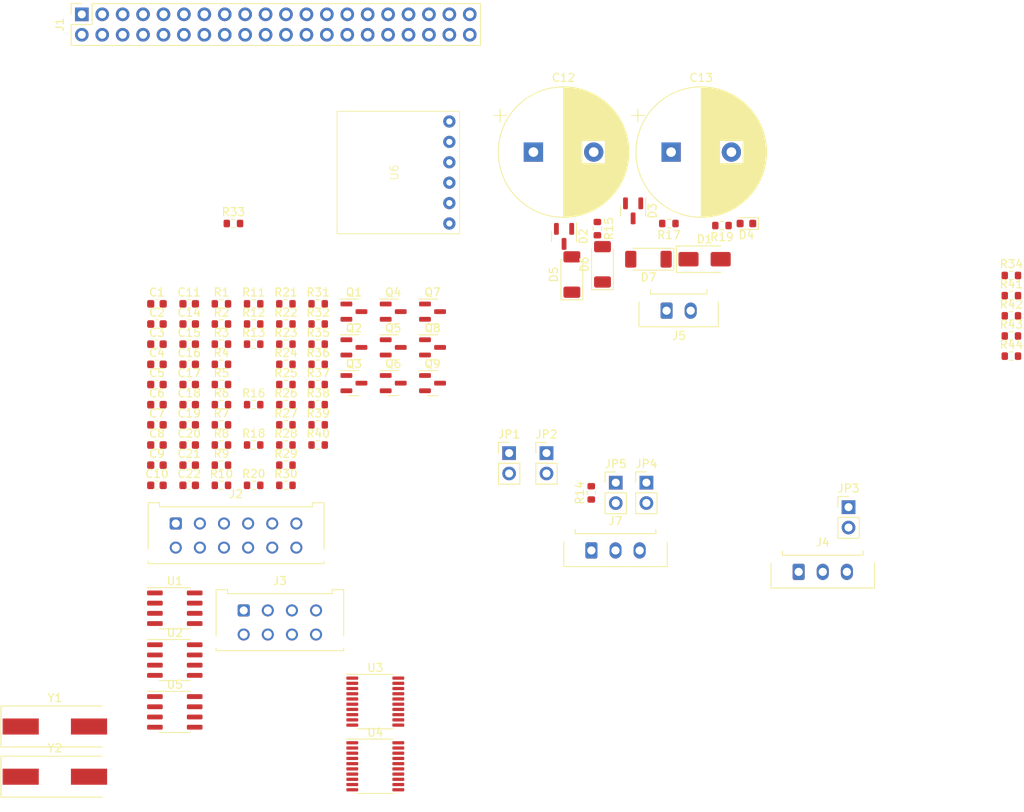
<source format=kicad_pcb>
(kicad_pcb (version 20221018) (generator pcbnew)
  (layers (0 "F.Cu" signal) (31 "B.Cu" signal) (34 "B.Paste" user) (35 "F.Paste" user) (36 "B.SilkS" user "B.Silkscreen") (37 "F.SilkS" user "F.Silkscreen") (38 "B.Mask" user) (39 "F.Mask" user) (44 "Edge.Cuts" user))
  (net 0 "")
  (net 1 "+3V3")
  (net 2 "GND")
  (net 3 "+3.3V")
  (net 4 "+5V")
  (net 5 "Net-(C4-Pad1)")
  (net 6 "Net-(U4-OSC1)")
  (net 7 "Net-(C8-Pad1)")
  (net 8 "Net-(U3-OSC1)")
  (net 9 "+BATT")
  (net 10 "Net-(D2-A)")
  (net 11 "VS")
  (net 12 "/GPIO3{slash}SCL1")
  (net 13 "/GPIO2{slash}SDA1")
  (net 14 "Net-(D4-A)")
  (net 15 "/GPIO4{slash}GPCLK0")
  (net 16 "/GPIO14{slash}TXD0")
  (net 17 "/GPIO15{slash}RXD0")
  (net 18 "/GPIO17")
  (net 19 "/GPIO18{slash}PCM.CLK")
  (net 20 "/GPIO27")
  (net 21 "/GPIO22")
  (net 22 "/GPIO23")
  (net 23 "/CAN0 INT")
  (net 24 "/GPIO10{slash}SPI0.MOSI")
  (net 25 "/GPIO9{slash}SPI0.MISO")
  (net 26 "/CAN1 INT")
  (net 27 "/GPIO11{slash}SPI0.SCLK")
  (net 28 "/GPIO8{slash}SPI0.CE0")
  (net 29 "/GPIO7{slash}SPI0.CE1")
  (net 30 "/ID_SDA")
  (net 31 "/ID_SCL")
  (net 32 "/FAST 0")
  (net 33 "/FAST 1")
  (net 34 "/FAST 2")
  (net 35 "/GPIO13{slash}PWM1")
  (net 36 "/GPIO19{slash}PCM.FS")
  (net 37 "/GPIO16")
  (net 38 "/GPIO26")
  (net 39 "/GPIO20{slash}PCM.DIN")
  (net 40 "/GPIO21{slash}PCM.DOUT")
  (net 41 "/TC LED 0")
  (net 42 "/TC LED 1")
  (net 43 "/TC LED 2")
  (net 44 "/TC LED 3")
  (net 45 "/TC LED 4")
  (net 46 "/TC LED 5")
  (net 47 "/Wheel Slip Adjust Dial")
  (net 48 "/TC Power Adjust Dial")
  (net 49 "/TC Disable Button")
  (net 50 "/Radio Enable Button")
  (net 51 "/Lap Marker Button")
  (net 52 "/SLOW LED 0")
  (net 53 "/SLOW LED 1")
  (net 54 "/SLOW LED 2")
  (net 55 "/FAST LED 0")
  (net 56 "/FAST LED 1")
  (net 57 "/FAST LED 2")
  (net 58 "/CAN0 High")
  (net 59 "/CAN0 Low")
  (net 60 "/CAN1 High")
  (net 61 "/CAN1 Low")
  (net 62 "Net-(Q1-D)")
  (net 63 "Net-(Q2-D)")
  (net 64 "Net-(Q3-D)")
  (net 65 "Net-(Q4-D)")
  (net 66 "Net-(Q5-D)")
  (net 67 "Net-(Q6-D)")
  (net 68 "Net-(Q7-D)")
  (net 69 "Net-(Q8-D)")
  (net 70 "Net-(Q9-D)")
  (net 71 "Net-(JP2-A)")
  (net 72 "Net-(U4-OSC2)")
  (net 73 "Net-(U4-~{RESET})")
  (net 74 "Net-(U3-OSC2)")
  (net 75 "Net-(U3-~{RESET})")
  (net 76 "Net-(JP5-A)")
  (net 80 "Net-(JP1-A)")
  (net 81 "/CAN0 TX")
  (net 82 "/CAN0 RX")
  (net 83 "/CAN1 TX")
  (net 84 "/CAN1 RX")
  (net 102 "Net-(JP1-B)")
  (net 103 "/CAN0 Shield")
  (net 104 "/CAN1 Shield")
  (net 105 "Net-(D7-A)")
  (net 106 "Net-(R29-Pad2)")
  (net 107 "Net-(R32-Pad2)")
  (net 108 "Net-(R34-Pad2)")
  (net 109 "Net-(R35-Pad1)")
  (net 110 "Net-(R37-Pad1)")
  (footprint "Resistor_SMD:R_0603_1608Metric" (layer "F.Cu") (at 85.5125 130.5)
    (fp_text reference "R16" (at 0 -1.43) (layer "F.SilkS"))
    (fp_text value "3.3")
    (pad "1" smd roundrect (at -0.825 0) (size 0.8 0.95) (layers "F.Cu" "F.Paste" "F.Mask") (net 9 "+BATT"))
    (pad "2" smd roundrect (at 0.825 0) (size 0.8 0.95) (layers "F.Cu" "F.Paste" "F.Mask") (net 11 "VS"))
  )
  (footprint "Resistor_SMD:R_0603_1608Metric" (layer "F.Cu") (at 127.508 141.478 90)
    (fp_text reference "R14" (at 0 -1.43 90) (layer "F.SilkS"))
    (fp_text value "120")
    (pad "1" smd roundrect (at -0.825 0 90) (size 0.8 0.95) (layers "F.Cu" "F.Paste" "F.Mask") (net 60 "/CAN1 High"))
    (pad "2" smd roundrect (at 0.825 0 90) (size 0.8 0.95) (layers "F.Cu" "F.Paste" "F.Mask") (net 76 "Net-(JP5-A)"))
  )
  (footprint "Resistor_SMD:R_0603_1608Metric" (layer "F.Cu") (at 89.5225 120.46)
    (fp_text reference "R22" (at 0 -1.43) (layer "F.SilkS"))
    (fp_text value "20k")
    (pad "1" smd roundrect (at -0.825 0) (size 0.8 0.95) (layers "F.Cu" "F.Paste" "F.Mask") (net 2 "GND"))
    (pad "2" smd roundrect (at 0.825 0) (size 0.8 0.95) (layers "F.Cu" "F.Paste" "F.Mask") (net 13 "/GPIO2{slash}SDA1"))
  )
  (footprint "Resistor_SMD:R_0603_1608Metric" (layer "F.Cu") (at 89.5225 140.54)
    (fp_text reference "R30" (at 0 -1.43) (layer "F.SilkS"))
    (fp_text value "1k")
    (pad "1" smd roundrect (at -0.825 0) (size 0.8 0.95) (layers "F.Cu" "F.Paste" "F.Mask") (net 106 "Net-(R29-Pad2)"))
    (pad "2" smd roundrect (at 0.825 0) (size 0.8 0.95) (layers "F.Cu" "F.Paste" "F.Mask") (net 2 "GND"))
  )
  (footprint "Resistor_SMD:R_0603_1608Metric" (layer "F.Cu") (at 85.5125 135.52)
    (fp_text reference "R18" (at 0 -1.43) (layer "F.SilkS"))
    (fp_text value "20k")
    (pad "1" smd roundrect (at -0.825 0) (size 0.8 0.95) (layers "F.Cu" "F.Paste" "F.Mask") (net 2 "GND"))
    (pad "2" smd roundrect (at 0.825 0) (size 0.8 0.95) (layers "F.Cu" "F.Paste" "F.Mask") (net 12 "/GPIO3{slash}SCL1"))
  )
  (footprint "U3V40x:U3V40x" (layer "F.Cu") (at 103.505 101.6 90)
    (fp_text reference "U6" (at 0 -0.5 90 unlocked) (layer "F.SilkS") (effects (font (thickness 0.1))))
    (fp_text value "~")
    (pad "1" thru_hole circle (at -6.35 6.35 90) (size 1.524 1.524) (drill 0.762) (layers "*.Cu" "*.Mask"))
    (pad "2" thru_hole circle (at -3.81 6.35 90) (size 1.524 1.524) (drill 0.762) (layers "*.Cu" "*.Mask") (net 11 "VS"))
    (pad "2" thru_hole circle (at -1.27 6.35 90) (size 1.524 1.524) (drill 0.762) (layers "*.Cu" "*.Mask") (net 11 "VS"))
    (pad "3" thru_hole circle (at 1.27 6.35 90) (size 1.524 1.524) (drill 0.762) (layers "*.Cu" "*.Mask") (net 2 "GND"))
    (pad "3" thru_hole circle (at 3.81 6.35 90) (size 1.524 1.524) (drill 0.762) (layers "*.Cu" "*.Mask") (net 2 "GND"))
    (pad "4" thru_hole circle (at 6.35 6.35 90) (size 1.524 1.524) (drill 0.762) (layers "*.Cu" "*.Mask") (net 4 "+5V"))
  )
  (footprint "Connector_Molex:Molex_Micro-Fit_3.0_43650-0315_1x03_P3.00mm_Vertical" (layer "F.Cu") (at 127.525 148.645)
    (fp_text reference "J7" (at 3 -3.67) (layer "F.SilkS"))
    (fp_text value "CAN1")
    (pad "" np_thru_hole circle (at -3 -1.96) (size 1.27 1.27) (drill 1.27) (layers "*.Cu" "*.Mask"))
    (pad "" np_thru_hole circle (at 9 -1.96) (size 1.27 1.27) (drill 1.27) (layers "*.Cu" "*.Mask"))
    (pad "1" thru_hole roundrect (at 0 0) (size 1.5 2.02) (drill 1.02) (layers "*.Cu" "*.Mask") (roundrect_rratio 0.166667) (net 60 "/CAN1 High"))
    (pad "2" thru_hole oval (at 3 0) (size 1.5 2.02) (drill 1.02) (layers "*.Cu" "*.Mask") (net 61 "/CAN1 Low"))
    (pad "3" thru_hole oval (at 6 0) (size 1.5 2.02) (drill 1.02) (layers "*.Cu" "*.Mask") (net 104 "/CAN1 Shield"))
  )
  (footprint "Capacitor_SMD:C_0603_1608Metric" (layer "F.Cu") (at 73.4825 133.01)
    (fp_text reference "C7" (at 0 -1.43) (layer "F.SilkS"))
    (fp_text value "100nF")
    (pad "1" smd roundrect (at -0.775 0) (size 0.9 0.95) (layers "F.Cu" "F.Paste" "F.Mask") (net 3 "+3.3V"))
    (pad "2" smd roundrect (at 0.775 0) (size 0.9 0.95) (layers "F.Cu" "F.Paste" "F.Mask") (net 2 "GND"))
  )
  (footprint "Resistor_SMD:R_0603_1608Metric" (layer "F.Cu") (at 81.5025 140.54)
    (fp_text reference "R10" (at 0 -1.43) (layer "F.SilkS"))
    (fp_text value "0")
    (pad "1" smd roundrect (at -0.825 0) (size 0.8 0.95) (layers "F.Cu" "F.Paste" "F.Mask") (net 5 "Net-(C4-Pad1)"))
    (pad "2" smd roundrect (at 0.825 0) (size 0.8 0.95) (layers "F.Cu" "F.Paste" "F.Mask") (net 72 "Net-(U4-OSC2)"))
  )
  (footprint "Capacitor_SMD:C_0603_1608Metric" (layer "F.Cu") (at 73.4825 117.95)
    (fp_text reference "C1" (at 0 -1.43) (layer "F.SilkS"))
    (fp_text value "100n")
    (pad "1" smd roundrect (at -0.775 0) (size 0.9 0.95) (layers "F.Cu" "F.Paste" "F.Mask") (net 1 "+3V3"))
    (pad "2" smd roundrect (at 0.775 0) (size 0.9 0.95) (layers "F.Cu" "F.Paste" "F.Mask") (net 2 "GND"))
  )
  (footprint "Package_TO_SOT_SMD:SOT-23" (layer "F.Cu") (at 107.7625 123.37)
    (fp_text reference "Q8" (at 0 -2.4) (layer "F.SilkS"))
    (fp_text value "2N7002")
    (pad "1" smd roundrect (at -0.9375 -0.95) (size 1.475 0.6) (layers "F.Cu" "F.Paste" "F.Mask") (net 20 "/GPIO27"))
    (pad "2" smd roundrect (at -0.9375 0.95) (size 1.475 0.6) (layers "F.Cu" "F.Paste" "F.Mask") (net 2 "GND"))
    (pad "3" smd roundrect (at 0.9375 0) (size 1.475 0.6) (layers "F.Cu" "F.Paste" "F.Mask") (net 69 "Net-(Q8-D)"))
  )
  (footprint "Capacitor_SMD:C_0603_1608Metric" (layer "F.Cu") (at 77.4925 130.5)
    (fp_text reference "C18" (at 0 -1.43) (layer "F.SilkS"))
    (fp_text value "100nF")
    (pad "1" smd roundrect (at -0.775 0) (size 0.9 0.95) (layers "F.Cu" "F.Paste" "F.Mask") (net 4 "+5V"))
    (pad "2" smd roundrect (at 0.775 0) (size 0.9 0.95) (layers "F.Cu" "F.Paste" "F.Mask") (net 2 "GND"))
  )
  (footprint "Resistor_SMD:R_0603_1608Metric" (layer "F.Cu") (at 93.5325 117.95)
    (fp_text reference "R31" (at 0 -1.43) (layer "F.SilkS"))
    (fp_text value "10k")
    (pad "1" smd roundrect (at -0.825 0) (size 0.8 0.95) (layers "F.Cu" "F.Paste" "F.Mask") (net 19 "/GPIO18{slash}PCM.CLK"))
    (pad "2" smd roundrect (at 0.825 0) (size 0.8 0.95) (layers "F.Cu" "F.Paste" "F.Mask") (net 106 "Net-(R29-Pad2)"))
  )
  (footprint "Package_TO_SOT_SMD:SOT-23" (layer "F.Cu") (at 97.9825 118.92)
    (fp_text reference "Q1" (at 0 -2.4) (layer "F.SilkS"))
    (fp_text value "2N7002")
    (pad "1" smd roundrect (at -0.9375 -0.95) (size 1.475 0.6) (layers "F.Cu" "F.Paste" "F.Mask") (net 38 "/GPIO26"))
    (pad "2" smd roundrect (at -0.9375 0.95) (size 1.475 0.6) (layers "F.Cu" "F.Paste" "F.Mask") (net 2 "GND"))
    (pad "3" smd roundrect (at 0.9375 0) (size 1.475 0.6) (layers "F.Cu" "F.Paste" "F.Mask") (net 62 "Net-(Q1-D)"))
  )
  (footprint "Package_TO_SOT_SMD:SOT-23" (layer "F.Cu") (at 97.9825 127.82)
    (fp_text reference "Q3" (at 0 -2.4) (layer "F.SilkS"))
    (fp_text value "2N7002")
    (pad "1" smd roundrect (at -0.9375 -0.95) (size 1.475 0.6) (layers "F.Cu" "F.Paste" "F.Mask") (net 35 "/GPIO13{slash}PWM1"))
    (pad "2" smd roundrect (at -0.9375 0.95) (size 1.475 0.6) (layers "F.Cu" "F.Paste" "F.Mask") (net 2 "GND"))
    (pad "3" smd roundrect (at 0.9375 0) (size 1.475 0.6) (layers "F.Cu" "F.Paste" "F.Mask") (net 64 "Net-(Q3-D)"))
  )
  (footprint "Resistor_SMD:R_0603_1608Metric" (layer "F.Cu") (at 179.769 114.42)
    (fp_text reference "R34" (at 0 -1.43) (layer "F.SilkS"))
    (fp_text value "10k")
    (pad "1" smd roundrect (at -0.825 0) (size 0.8 0.95) (layers "F.Cu" "F.Paste" "F.Mask") (net 49 "/TC Disable Button"))
    (pad "2" smd roundrect (at 0.825 0) (size 0.8 0.95) (layers "F.Cu" "F.Paste" "F.Mask") (net 108 "Net-(R34-Pad2)"))
  )
  (footprint "Resistor_SMD:R_0603_1608Metric" (layer "F.Cu") (at 93.5325 122.97)
    (fp_text reference "R35" (at 0 -1.43) (layer "F.SilkS"))
    (fp_text value "20k")
    (pad "1" smd roundrect (at -0.825 0) (size 0.8 0.95) (layers "F.Cu" "F.Paste" "F.Mask") (net 109 "Net-(R35-Pad1)"))
    (pad "2" smd roundrect (at 0.825 0) (size 0.8 0.95) (layers "F.Cu" "F.Paste" "F.Mask") (net 2 "GND"))
  )
  (footprint "Capacitor_SMD:C_0603_1608Metric" (layer "F.Cu") (at 73.4825 125.48)
    (fp_text reference "C4" (at 0 -1.43) (layer "F.SilkS"))
    (fp_text value "22pF")
    (pad "1" smd roundrect (at -0.775 0) (size 0.9 0.95) (layers "F.Cu" "F.Paste" "F.Mask") (net 5 "Net-(C4-Pad1)"))
    (pad "2" smd roundrect (at 0.775 0) (size 0.9 0.95) (layers "F.Cu" "F.Paste" "F.Mask") (net 2 "GND"))
  )
  (footprint "Capacitor_SMD:C_0603_1608Metric" (layer "F.Cu") (at 77.4925 120.46)
    (fp_text reference "C14" (at 0 -1.43) (layer "F.SilkS"))
    (fp_text value "10uF")
    (pad "1" smd roundrect (at -0.775 0) (size 0.9 0.95) (layers "F.Cu" "F.Paste" "F.Mask") (net 11 "VS"))
    (pad "2" smd roundrect (at 0.775 0) (size 0.9 0.95) (layers "F.Cu" "F.Paste" "F.Mask") (net 2 "GND"))
  )
  (footprint "Resistor_SMD:R_0603_1608Metric" (layer "F.Cu") (at 89.5225 135.52)
    (fp_text reference "R28" (at 0 -1.43) (layer "F.SilkS"))
    (fp_text value "270")
    (pad "1" smd roundrect (at -0.825 0) (size 0.8 0.95) (layers "F.Cu" "F.Paste" "F.Mask") (net 44 "/TC LED 3"))
    (pad "2" smd roundrect (at 0.825 0) (size 0.8 0.95) (layers "F.Cu" "F.Paste" "F.Mask") (net 70 "Net-(Q9-D)"))
  )
  (footprint "Diode_SMD:D_SMA" (layer "F.Cu") (at 141.605 112.395)
    (fp_text reference "D1" (at 0 -2.5) (layer "F.SilkS"))
    (fp_text value "5.1V")
    (pad "1" smd roundrect (at -2 0) (size 2.5 1.8) (layers "F.Cu" "F.Paste" "F.Mask") (roundrect_rratio 0.1388888889) (net 11 "VS"))
    (pad "2" smd roundrect (at 2 0) (size 2.5 1.8) (layers "F.Cu" "F.Paste" "F.Mask") (roundrect_rratio 0.1388888889) (net 2 "GND"))
  )
  (footprint "Resistor_SMD:R_0603_1608Metric" (layer "F.Cu") (at 179.769 116.93)
    (fp_text reference "R41" (at 0 -1.43) (layer "F.SilkS"))
    (fp_text value "10k")
    (pad "1" smd roundrect (at -0.825 0) (size 0.8 0.95) (layers "F.Cu" "F.Paste" "F.Mask") (net 50 "/Radio Enable Button"))
    (pad "2" smd roundrect (at 0.825 0) (size 0.8 0.95) (layers "F.Cu" "F.Paste" "F.Mask") (net 110 "Net-(R37-Pad1)"))
  )
  (footprint "Capacitor_SMD:C_0603_1608Metric" (layer "F.Cu") (at 77.4925 127.99)
    (fp_text reference "C17" (at 0 -1.43) (layer "F.SilkS"))
    (fp_text value "100nF")
    (pad "1" smd roundrect (at -0.775 0) (size 0.9 0.95) (layers "F.Cu" "F.Paste" "F.Mask") (net 4 "+5V"))
    (pad "2" smd roundrect (at 0.775 0) (size 0.9 0.95) (layers "F.Cu" "F.Paste" "F.Mask") (net 2 "GND"))
  )
  (footprint "Capacitor_THT:CP_Radial_D16.0mm_P7.50mm" (layer "F.Cu") (at 120.312246 99.06)
    (fp_text reference "C12" (at 3.75 -9.25) (layer "F.SilkS"))
    (fp_text value "25F")
    (pad "1" thru_hole rect (at 0 0) (size 2.4 2.4) (drill 1.2) (layers "*.Cu" "*.Mask") (net 9 "+BATT"))
    (pad "2" thru_hole circle (at 7.5 0) (size 2.4 2.4) (drill 1.2) (layers "*.Cu" "*.Mask") (net 10 "Net-(D2-A)"))
  )
  (footprint "Capacitor_SMD:C_0603_1608Metric" (layer "F.Cu") (at 77.4925 125.48)
    (fp_text reference "C16" (at 0 -1.43) (layer "F.SilkS"))
    (fp_text value "10uF")
    (pad "1" smd roundrect (at -0.775 0) (size 0.9 0.95) (layers "F.Cu" "F.Paste" "F.Mask") (net 4 "+5V"))
    (pad "2" smd roundrect (at 0.775 0) (size 0.9 0.95) (layers "F.Cu" "F.Paste" "F.Mask") (net 2 "GND"))
  )
  (footprint "Resistor_SMD:R_0603_1608Metric" (layer "F.Cu") (at 81.5025 138.03)
    (fp_text reference "R9" (at 0 -1.43) (layer "F.SilkS"))
    (fp_text value "120")
    (pad "1" smd roundrect (at -0.825 0) (size 0.8 0.95) (layers "F.Cu" "F.Paste" "F.Mask") (net 58 "/CAN0 High"))
    (pad "2" smd roundrect (at 0.825 0) (size 0.8 0.95) (layers "F.Cu" "F.Paste" "F.Mask") (net 71 "Net-(JP2-A)"))
  )
  (footprint "Resistor_SMD:R_0603_1608Metric" (layer "F.Cu") (at 85.5125 120.46)
    (fp_text reference "R12" (at 0 -1.43) (layer "F.SilkS"))
    (fp_text value "0")
    (pad "1" smd roundrect (at -0.825 0) (size 0.8 0.95) (layers "F.Cu" "F.Paste" "F.Mask") (net 7 "Net-(C8-Pad1)"))
    (pad "2" smd roundrect (at 0.825 0) (size 0.8 0.95) (layers "F.Cu" "F.Paste" "F.Mask") (net 74 "Net-(U3-OSC2)"))
  )
  (footprint "Connector_Molex:Molex_Micro-Fit_3.0_43650-0215_1x02_P3.00mm_Vertical" (layer "F.Cu") (at 136.875 118.8)
    (fp_text reference "J5" (at 1.555 3.12) (layer "F.SilkS"))
    (fp_text value "PWR")
    (pad "" np_thru_hole circle (at -3 -1.96) (size 1.27 1.27) (drill 1.27) (layers "*.Cu" "*.Mask"))
    (pad "" np_thru_hole circle (at 6 -1.96) (size 1.27 1.27) (drill 1.27) (layers "*.Cu" "*.Mask"))
    (pad "1" thru_hole roundrect (at 0 0) (size 1.5 2.02) (drill 1.02) (layers "*.Cu" "*.Mask") (roundrect_rratio 0.166667) (net 105 "Net-(D7-A)"))
    (pad "2" thru_hole oval (at 3 0) (size 1.5 2.02) (drill 1.02) (layers "*.Cu" "*.Mask") (net 2 "GND"))
  )
  (footprint "Diode_SMD:D_SOD-128" (layer "F.Cu") (at 128.905 113.03 90)
    (fp_text reference "D6" (at 0 -2.25 90) (layer "F.SilkS"))
    (fp_text value "PMEG3050")
    (pad "1" smd roundrect (at -2.2 0 90) (size 1.4 2.1) (layers "F.Cu" "F.Paste" "F.Mask") (roundrect_rratio 0.1785714286) (net 11 "VS"))
    (pad "2" smd roundrect (at 2.2 0 90) (size 1.4 2.1) (layers "F.Cu" "F.Paste" "F.Mask") (roundrect_rratio 0.1785714286) (net 9 "+BATT"))
  )
  (footprint "Package_TO_SOT_SMD:SOT-23" (layer "F.Cu") (at 102.8725 118.92)
    (fp_text reference "Q4" (at 0 -2.4) (layer "F.SilkS"))
    (fp_text value "2N7002")
    (pad "1" smd roundrect (at -0.9375 -0.95) (size 1.475 0.6) (layers "F.Cu" "F.Paste" "F.Mask") (net 32 "/FAST 0"))
    (pad "2" smd roundrect (at -0.9375 0.95) (size 1.475 0.6) (layers "F.Cu" "F.Paste" "F.Mask") (net 2 "GND"))
    (pad "3" smd roundrect (at 0.9375 0) (size 1.475 0.6) (layers "F.Cu" "F.Paste" "F.Mask") (net 65 "Net-(Q4-D)"))
  )
  (footprint "Resistor_SMD:R_0603_1608Metric" (layer "F.Cu") (at 93.5325 130.5)
    (fp_text reference "R38" (at 0 -1.43) (layer "F.SilkS"))
    (fp_text value "10k")
    (pad "1" smd roundrect (at -0.825 0) (size 0.8 0.95) (layers "F.Cu" "F.Paste" "F.Mask") (net 39 "/GPIO20{slash}PCM.DIN"))
    (pad "2" smd roundrect (at 0.825 0) (size 0.8 0.95) (layers "F.Cu" "F.Paste" "F.Mask") (net 110 "Net-(R37-Pad1)"))
  )
  (footprint "Connector_Molex:Molex_Micro-Fit_3.0_43045-1212_2x06_P3.00mm_Vertical" (layer "F.Cu") (at 75.8225 145.29)
    (fp_text reference "J2" (at 7.5 -3.67) (layer "F.SilkS"))
    (fp_text value "Steering Wheel")
    (pad "" np_thru_hole circle (at -3 3.94) (size 1 1) (drill 1) (layers "*.Cu" "*.Mask"))
    (pad "" np_thru_hole circle (at 18 3.94) (size 1 1) (drill 1) (layers "*.Cu" "*.Mask"))
    (pad "1" thru_hole roundrect (at 0 0) (size 1.5 1.5) (drill 1) (layers "*.Cu" "*.Mask") (roundrect_rratio 0.166667) (net 41 "/TC LED 0"))
    (pad "2" thru_hole circle (at 3 0) (size 1.5 1.5) (drill 1) (layers "*.Cu" "*.Mask") (net 42 "/TC LED 1"))
    (pad "3" thru_hole circle (at 6 0) (size 1.5 1.5) (drill 1) (layers "*.Cu" "*.Mask") (net 43 "/TC LED 2"))
    (pad "4" thru_hole circle (at 9 0) (size 1.5 1.5) (drill 1) (layers "*.Cu" "*.Mask") (net 44 "/TC LED 3"))
    (pad "5" thru_hole circle (at 12 0) (size 1.5 1.5) (drill 1) (layers "*.Cu" "*.Mask") (net 45 "/TC LED 4"))
    (pad "6" thru_hole circle (at 15 0) (size 1.5 1.5) (drill 1) (layers "*.Cu" "*.Mask") (net 46 "/TC LED 5"))
    (pad "7" thru_hole circle (at 0 3) (size 1.5 1.5) (drill 1) (layers "*.Cu" "*.Mask") (net 4 "+5V"))
    (pad "8" thru_hole circle (at 3 3) (size 1.5 1.5) (drill 1) (layers "*.Cu" "*.Mask") (net 47 "/Wheel Slip Adjust Dial"))
    (pad "9" thru_hole circle (at 6 3) (size 1.5 1.5) (drill 1) (layers "*.Cu" "*.Mask") (net 48 "/TC Power Adjust Dial"))
    (pad "10" thru_hole circle (at 9 3) (size 1.5 1.5) (drill 1) (layers "*.Cu" "*.Mask") (net 49 "/TC Disable Button"))
    (pad "11" thru_hole circle (at 12 3) (size 1.5 1.5) (drill 1) (layers "*.Cu" "*.Mask") (net 50 "/Radio Enable Button"))
    (pad "12" thru_hole circle (at 15 3) (size 1.5 1.5) (drill 1) (layers "*.Cu" "*.Mask") (net 51 "/Lap Marker Button"))
  )
  (footprint "Resistor_SMD:R_0603_1608Metric" (layer "F.Cu") (at 81.5025 135.52)
    (fp_text reference "R8" (at 0 -1.43) (layer "F.SilkS"))
    (fp_text value "270")
    (pad "1" smd roundrect (at -0.825 0) (size 0.8 0.95) (layers "F.Cu" "F.Paste" "F.Mask") (net 57 "/FAST LED 2"))
    (pad "2" smd roundrect (at 0.825 0) (size 0.8 0.95) (layers "F.Cu" "F.Paste" "F.Mask") (net 67 "Net-(Q6-D)"))
  )
  (footprint "Connector_PinSocket_2.54mm:PinSocket_2x20_P2.54mm_Vertical" (layer "F.Cu") (at 64.135 81.915 90)
    (fp_text reference "J1" (at -1.27 -2.77 90) (layer "F.SilkS"))
    (fp_text value "GPIO")
    (pad "1" thru_hole rect (at 0 0 90) (size 1.7 1.7) (drill 1) (layers "*.Cu" "*.Mask") (net 1 "+3V3"))
    (pad "2" thru_hole oval (at -2.54 0 90) (size 1.7 1.7) (drill 1) (layers "*.Cu" "*.Mask") (net 4 "+5V"))
    (pad "3" thru_hole oval (at 0 2.54 90) (size 1.7 1.7) (drill 1) (layers "*.Cu" "*.Mask") (net 13 "/GPIO2{slash}SDA1"))
    (pad "4" thru_hole oval (at -2.54 2.54 90) (size 1.7 1.7) (drill 1) (layers "*.Cu" "*.Mask") (net 4 "+5V"))
    (pad "5" thru_hole oval (at 0 5.08 90) (size 1.7 1.7) (drill 1) (layers "*.Cu" "*.Mask") (net 12 "/GPIO3{slash}SCL1"))
    (pad "6" thru_hole oval (at -2.54 5.08 90) (size 1.7 1.7) (drill 1) (layers "*.Cu" "*.Mask") (net 2 "GND"))
    (pad "7" thru_hole oval (at 0 7.62 90) (size 1.7 1.7) (drill 1) (layers "*.Cu" "*.Mask") (net 15 "/GPIO4{slash}GPCLK0"))
    (pad "8" thru_hole oval (at -2.54 7.62 90) (size 1.7 1.7) (drill 1) (layers "*.Cu" "*.Mask") (net 16 "/GPIO14{slash}TXD0"))
    (pad "9" thru_hole oval (at 0 10.16 90) (size 1.7 1.7) (drill 1) (layers "*.Cu" "*.Mask") (net 2 "GND"))
    (pad "10" thru_hole oval (at -2.54 10.16 90) (size 1.7 1.7) (drill 1) (layers "*.Cu" "*.Mask") (net 17 "/GPIO15{slash}RXD0"))
    (pad "11" thru_hole oval (at 0 12.7 90) (size 1.7 1.7) (drill 1) (layers "*.Cu" "*.Mask") (net 18 "/GPIO17"))
    (pad "12" thru_hole oval (at -2.54 12.7 90) (size 1.7 1.7) (drill 1) (layers "*.Cu" "*.Mask") (net 19 "/GPIO18{slash}PCM.CLK"))
    (pad "13" thru_hole oval (at 0 15.24 90) (size 1.7 1.7) (drill 1) (layers "*.Cu" "*.Mask") (net 20 "/GPIO27"))
    (pad "14" thru_hole oval (at -2.54 15.24 90) (size 1.7 1.7) (drill 1) (layers "*.Cu" "*.Mask") (net 2 "GND"))
    (pad "15" thru_hole oval (at 0 17.78 90) (size 1.7 1.7) (drill 1) (layers "*.Cu" "*.Mask") (net 21 "/GPIO22"))
    (pad "16" thru_hole oval (at -2.54 17.78 90) (size 1.7 1.7) (drill 1) (layers "*.Cu" "*.Mask") (net 22 "/GPIO23"))
    (pad "17" thru_hole oval (at 0 20.32 90) (size 1.7 1.7) (drill 1) (layers "*.Cu" "*.Mask") (net 1 "+3V3"))
    (pad "18" thru_hole oval (at -2.54 20.32 90) (size 1.7 1.7) (drill 1) (layers "*.Cu" "*.Mask") (net 23 "/CAN0 INT"))
    (pad "19" thru_hole oval (at 0 22.86 90) (size 1.7 1.7) (drill 1) (layers "*.Cu" "*.Mask") (net 24 "/GPIO10{slash}SPI0.MOSI"))
    (pad "20" thru_hole oval (at -2.54 22.86 90) (size 1.7 1.7) (drill 1) (layers "*.Cu" "*.Mask") (net 2 "GND"))
    (pad "21" thru_hole oval (at 0 25.4 90) (size 1.7 1.7) (drill 1) (layers "*.Cu" "*.Mask") (net 25 "/GPIO9{slash}SPI0.MISO"))
    (pad "22" thru_hole oval (at -2.54 25.4 90) (size 1.7 1.7) (drill 1) (layers "*.Cu" "*.Mask") (net 26 "/CAN1 INT"))
    (pad "23" thru_hole oval (at 0 27.94 90) (size 1.7 1.7) (drill 1) (layers "*.Cu" "*.Mask") (net 27 "/GPIO11{slash}SPI0.SCLK"))
    (pad "24" thru_hole oval (at -2.54 27.94 90) (size 1.7 1.7) (drill 1) (layers "*.Cu" "*.Mask") (net 28 "/GPIO8{slash}SPI0.CE0"))
    (pad "25" thru_hole oval (at 0 30.48 90) (size 1.7 1.7) (drill 1) (layers "*.Cu" "*.Mask") (net 2 "GND"))
    (pad "26" thru_hole oval (at -2.54 30.48 90) (size 1.7 1.7) (drill 1) (layers "*.Cu" "*.Mask") (net 29 "/GPIO7{slash}SPI0.CE1"))
    (pad "27" thru_hole oval (at 0 33.02 90) (size 1.7 1.7) (drill 1) (layers "*.Cu" "*.Mask") (net 30 "/ID_SDA"))
    (pad "28" thru_hole oval (at -2.54 33.02 90) (size 1.7 1.7) (drill 1) (layers "*.Cu" "*.Mask") (net 31 "/ID_SCL"))
    (pad "29" thru_hole oval (at 0 35.56 90) (size 1.7 1.7) (drill 1) (layers "*.Cu" "*.Mask") (net 32 "/FAST 0"))
    (pad "30" thru_hole oval (at -2.54 35.56 90) (size 1.7 1.7) (drill 1) (layers "*.Cu" "*.Mask") (net 2 "GND"))
    (pad "31" thru_hole oval (at 0 38.1 90) (size 1.7 1.7) (drill 1) (layers "*.Cu" "*.Mask") (net 33 "/FAST 1"))
    (pad "32" thru_hole oval (at -2.54 38.1 90) (size 1.7 1.7) (drill 1) (layers "*.Cu" "*.Mask") (net 34 "/FAST 2"))
    (pad "33" thru_hole oval (at 0 40.64 90) (size 1.7 1.7) (drill 1) (layers "*.Cu" "*.Mask") (net 35 "/GPIO13{slash}PWM1"))
    (pad "34" thru_hole oval (at -2.54 40.64 90) (size 1.7 1.7) (drill 1) (layers "*.Cu" "*.Mask") (net 2 "GND"))
    (pad "35" thru_hole oval (at 0 43.18 90) (size 1.7 1.7) (drill 1) (layers "*.Cu" "*.Mask") (net 36 "/GPIO19{slash}PCM.FS"))
    (pad "36" thru_hole oval (at -2.54 43.18 90) (size 1.7 1.7) (drill 1) (layers "*.Cu" "*.Mask") (net 37 "/GPIO16"))
    (pad "37" thru_hole oval (at 0 45.72 90) (size 1.7 1.7) (drill 1) (layers "*.Cu" "*.Mask") (net 38 "/GPIO26"))
    (pad "38" thru_hole oval (at -2.54 45.72 90) (size 1.7 1.7) (drill 1) (layers "*.Cu" "*.Mask") (net 39 "/GPIO20{slash}PCM.DIN"))
    (pad "39" thru_hole oval (at 0 48.26 90) (size 1.7 1.7) (drill 1) (layers "*.Cu" "*.Mask") (net 2 "GND"))
    (pad "40" thru_hole oval (at -2.54 48.26 90) (size 1.7 1.7) (drill 1) (layers "*.Cu" "*.Mask") (net 40 "/GPIO21{slash}PCM.DOUT"))
  )
  (footprint "Resistor_SMD:R_0603_1608Metric" (layer "F.Cu") (at 82.995 107.95)
    (fp_text reference "R33" (at 0 -1.43) (layer "F.SilkS"))
    (fp_text value "1k")
    (pad "1" smd roundrect (at -0.825 0) (size 0.8 0.95) (layers "F.Cu" "F.Paste" "F.Mask") (net 1 "+3V3"))
    (pad "2" smd roundrect (at 0.825 0) (size 0.8 0.95) (layers "F.Cu" "F.Paste" "F.Mask") (net 102 "Net-(JP1-B)"))
  )
  (footprint "Resistor_SMD:R_0603_1608Metric" (layer "F.Cu") (at 85.5125 140.54)
    (fp_text reference "R20" (at 0 -1.43) (layer "F.SilkS"))
    (fp_text value "10k")
    (pad "1" smd roundrect (at -0.825 0) (size 0.8 0.95) (layers "F.Cu" "F.Paste" "F.Mask") (net 12 "/GPIO3{slash}SCL1"))
    (pad "2" smd roundrect (at 0.825 0) (size 0.8 0.95) (layers "F.Cu" "F.Paste" "F.Mask") (net 11 "VS"))
  )
  (footprint "Resistor_SMD:R_0603_1608Metric" (layer "F.Cu") (at 85.5125 122.97)
    (fp_text reference "R13" (at 0 -1.43) (layer "F.SilkS"))
    (fp_text value "4k7")
    (pad "1" smd roundrect (at -0.825 0) (size 0.8 0.95) (layers "F.Cu" "F.Paste" "F.Mask") (net 75 "Net-(U3-~{RESET})"))
    (pad "2" smd roundrect (at 0.825 0) (size 0.8 0.95) (layers "F.Cu" "F.Paste" "F.Mask") (net 2 "GND"))
  )
  (footprint "Resistor_SMD:R_0603_1608Metric" (layer "F.Cu") (at 93.5325 133.01)
    (fp_text reference "R39" (at 0 -1.43) (layer "F.SilkS"))
    (fp_text value "20k")
    (pad "1" smd roundrect (at -0.825 0) (size 0.8 0.95) (layers "F.Cu" "F.Paste" "F.Mask") (net 108 "Net-(R34-Pad2)"))
    (pad "2" smd roundrect (at 0.825 0) (size 0.8 0.95) (layers "F.Cu" "F.Paste" "F.Mask") (net 2 "GND"))
  )
  (footprint "Diode_SMD:D_SOD-128" (layer "F.Cu") (at 134.62 112.395 180)
    (fp_text reference "D7" (at 0 -2.25) (layer "F.SilkS"))
    (fp_text value "PMEG3050")
    (pad "1" smd roundrect (at -2.2 0 180) (size 1.4 2.1) (layers "F.Cu" "F.Paste" "F.Mask") (roundrect_rratio 0.1785714286) (net 11 "VS"))
    (pad "2" smd roundrect (at 2.2 0 180) (size 1.4 2.1) (layers "F.Cu" "F.Paste" "F.Mask") (roundrect_rratio 0.1785714286) (net 105 "Net-(D7-A)"))
  )
  (footprint "Resistor_SMD:R_0603_1608Metric" (layer "F.Cu") (at 81.5025 127.99)
    (fp_text reference "R5" (at 0 -1.43) (layer "F.SilkS"))
    (fp_text value "270")
    (pad "1" smd roundrect (at -0.825 0) (size 0.8 0.95) (layers "F.Cu" "F.Paste" "F.Mask") (net 54 "/SLOW LED 2"))
    (pad "2" smd roundrect (at 0.825 0) (size 0.8 0.95) (layers "F.Cu" "F.Paste" "F.Mask") (net 64 "Net-(Q3-D)"))
  )
  (footprint "Package_TO_SOT_SMD:SOT-23" (layer "F.Cu") (at 124.122246 109.5525 -90)
    (fp_text reference "D2" (at 0 -2.4 90) (layer "F.SilkS"))
    (fp_text value "2.7V")
    (pad "1" smd roundrect (at -0.9375 -0.95 270) (size 1.475 0.6) (layers "F.Cu" "F.Paste" "F.Mask") (net 10 "Net-(D2-A)"))
    (pad "2" smd roundrect (at -0.9375 0.95 270) (size 1.475 0.6) (layers "F.Cu" "F.Paste" "F.Mask"))
    (pad "3" smd roundrect (at 0.9375 0 270) (size 1.475 0.6) (layers "F.Cu" "F.Paste" "F.Mask") (net 9 "+BATT"))
  )
  (footprint "Package_TO_SOT_SMD:SOT-23" (layer "F.Cu") (at 102.8725 127.82)
    (fp_text reference "Q6" (at 0 -2.4) (layer "F.SilkS"))
    (fp_text value "2N7002")
    (pad "1" smd roundrect (at -0.9375 -0.95) (size 1.475 0.6) (layers "F.Cu" "F.Paste" "F.Mask") (net 34 "/FAST 2"))
    (pad "2" smd roundrect (at -0.9375 0.95) (size 1.475 0.6) (layers "F.Cu" "F.Paste" "F.Mask") (net 2 "GND"))
    (pad "3" smd roundrect (at 0.9375 0) (size 1.475 0.6) (layers "F.Cu" "F.Paste" "F.Mask") (net 67 "Net-(Q6-D)"))
  )
  (footprint "Resistor_SMD:R_0603_1608Metric" (layer "F.Cu") (at 81.5025 125.48)
    (fp_text reference "R4" (at 0 -1.43) (layer "F.SilkS"))
    (fp_text value "270")
    (pad "1" smd roundrect (at -0.825 0) (size 0.8 0.95) (layers "F.Cu" "F.Paste" "F.Mask") (net 53 "/SLOW LED 1"))
    (pad "2" smd roundrect (at 0.825 0) (size 0.8 0.95) (layers "F.Cu" "F.Paste" "F.Mask") (net 63 "Net-(Q2-D)"))
  )
  (footprint "Resistor_SMD:R_0603_1608Metric" (layer "F.Cu") (at 179.769 121.95)
    (fp_text reference "R43" (at 0 -1.43) (layer "F.SilkS"))
    (fp_text value "500")
    (pad "1" smd roundrect (at -0.825 0) (size 0.8 0.95) (layers "F.Cu" "F.Paste" "F.Mask") (net 48 "/TC Power Adjust Dial"))
    (pad "2" smd roundrect (at 0.825 0) (size 0.8 0.95) (layers "F.Cu" "F.Paste" "F.Mask") (net 107 "Net-(R32-Pad2)"))
  )
  (footprint "Resistor_SMD:R_0603_1608Metric" (layer "F.Cu") (at 85.5125 117.95)
    (fp_text reference "R11" (at 0 -1.43) (layer "F.SilkS"))
    (fp_text value "4k7")
    (pad "1" smd roundrect (at -0.825 0) (size 0.8 0.95) (layers "F.Cu" "F.Paste" "F.Mask") (net 73 "Net-(U4-~{RESET})"))
    (pad "2" smd roundrect (at 0.825 0) (size 0.8 0.95) (layers "F.Cu" "F.Paste" "F.Mask") (net 2 "GND"))
  )
  (footprint "Capacitor_SMD:C_0603_1608Metric" (layer "F.Cu") (at 77.4925 138.03)
    (fp_text reference "C21" (at 0 -1.43) (layer "F.SilkS"))
    (fp_text value "10nF")
    (pad "1" smd roundrect (at -0.775 0) (size 0.9 0.95) (layers "F.Cu" "F.Paste" "F.Mask") (net 12 "/GPIO3{slash}SCL1"))
    (pad "2" smd roundrect (at 0.775 0) (size 0.9 0.95) (layers "F.Cu" "F.Paste" "F.Mask") (net 2 "GND"))
  )
  (footprint "Resistor_SMD:R_0603_1608Metric" (layer "F.Cu") (at 89.5225 122.97)
    (fp_text reference "R23" (at 0 -1.43) (layer "F.SilkS"))
    (fp_text value "270")
    (pad "1" smd roundrect (at -0.825 0) (size 0.8 0.95) (layers "F.Cu" "F.Paste" "F.Mask") (net 41 "/TC LED 0"))
    (pad "2" smd roundrect (at 0.825 0) (size 0.8 0.95) (layers "F.Cu" "F.Paste" "F.Mask") (net 68 "Net-(Q7-D)"))
  )
  (footprint "Capacitor_SMD:C_0603_1608Metric" (layer "F.Cu") (at 73.4825 140.54)
    (fp_text reference "C10" (at 0 -1.43) (layer "F.SilkS"))
    (fp_text value "100nF")
    (pad "1" smd roundrect (at -0.775 0) (size 0.9 0.95) (layers "F.Cu" "F.Paste" "F.Mask") (net 4 "+5V"))
    (pad "2" smd roundrect (at 0.775 0) (size 0.9 0.95) (layers "F.Cu" "F.Paste" "F.Mask") (net 2 "GND"))
  )
  (footprint "Capacitor_SMD:C_0603_1608Metric" (layer "F.Cu") (at 77.4925 140.54)
    (fp_text reference "C22" (at 0 -1.43) (layer "F.SilkS"))
    (fp_text value "10nF")
    (pad "1" smd roundrect (at -0.775 0) (size 0.9 0.95) (layers "F.Cu" "F.Paste" "F.Mask") (net 13 "/GPIO2{slash}SDA1"))
    (pad "2" smd roundrect (at 0.775 0) (size 0.9 0.95) (layers "F.Cu" "F.Paste" "F.Mask") (net 2 "GND"))
  )
  (footprint "Resistor_SMD:R_0603_1608Metric" (layer "F.Cu") (at 81.5025 117.95)
    (fp_text reference "R1" (at 0 -1.43) (layer "F.SilkS"))
    (fp_text value "3k9")
    (pad "1" smd roundrect (at -0.825 0) (size 0.8 0.95) (layers "F.Cu" "F.Paste" "F.Mask") (net 1 "+3V3"))
    (pad "2" smd roundrect (at 0.825 0) (size 0.8 0.95) (layers "F.Cu" "F.Paste" "F.Mask") (net 30 "/ID_SDA"))
  )
  (footprint "Package_TO_SOT_SMD:SOT-23" (layer "F.Cu") (at 97.9825 123.37)
    (fp_text reference "Q2" (at 0 -2.4) (layer "F.SilkS"))
    (fp_text value "2N7002")
    (pad "1" smd roundrect (at -0.9375 -0.95) (size 1.475 0.6) (layers "F.Cu" "F.Paste" "F.Mask") (net 36 "/GPIO19{slash}PCM.FS"))
    (pad "2" smd roundrect (at -0.9375 0.95) (size 1.475 0.6) (layers "F.Cu" "F.Paste" "F.Mask") (net 2 "GND"))
    (pad "3" smd roundrect (at 0.9375 0) (size 1.475 0.6) (layers "F.Cu" "F.Paste" "F.Mask") (net 63 "Net-(Q2-D)"))
  )
  (footprint "Resistor_SMD:R_0603_1608Metric" (layer "F.Cu") (at 81.5025 120.46)
    (fp_text reference "R2" (at 0 -1.43) (layer "F.SilkS"))
    (fp_text value "3k9")
    (pad "1" smd roundrect (at -0.825 0) (size 0.8 0.95) (layers "F.Cu" "F.Paste" "F.Mask") (net 1 "+3V3"))
    (pad "2" smd roundrect (at 0.825 0) (size 0.8 0.95) (layers "F.Cu" "F.Paste" "F.Mask") (net 31 "/ID_SCL"))
  )
  (footprint "Connector_PinHeader_2.54mm:PinHeader_1x02_P2.54mm_Vertical" (layer "F.Cu") (at 130.556 140.208)
    (fp_text reference "JP5" (at 0 -2.33) (layer "F.SilkS"))
    (fp_text value "Termination Jumper")
    (pad "1" thru_hole rect (at 0 0) (size 1.7 1.7) (drill 1) (layers "*.Cu" "*.Mask") (net 76 "Net-(JP5-A)"))
    (pad "2" thru_hole oval (at 0 2.54) (size 1.7 1.7) (drill 1) (layers "*.Cu" "*.Mask") (net 61 "/CAN1 Low"))
  )
  (footprint "Resistor_SMD:R_0603_1608Metric" (layer "F.Cu") (at 179.769 124.46)
    (fp_text reference "R44" (at 0 -1.43) (layer "F.SilkS"))
    (fp_text value "1k")
    (pad "1" smd roundrect (at -0.825 0) (size 0.8 0.95) (layers "F.Cu" "F.Paste" "F.Mask") (net 107 "Net-(R32-Pad2)"))
    (pad "2" smd roundrect (at 0.825 0) (size 0.8 0.95) (layers "F.Cu" "F.Paste" "F.Mask") (net 2 "GND"))
  )
  (footprint "Resistor_SMD:R_0603_1608Metric" (layer "F.Cu") (at 89.5225 133.01)
    (fp_text reference "R27" (at 0 -1.43) (layer "F.SilkS"))
    (fp_text value "270")
    (pad "1" smd roundrect (at -0.825 0) (size 0.8 0.95) (layers "F.Cu" "F.Paste" "F.Mask") (net 43 "/TC LED 2"))
    (pad "2" smd roundrect (at 0.825 0) (size 0.8 0.95) (layers "F.Cu" "F.Paste" "F.Mask") (net 70 "Net-(Q9-D)"))
  )
  (footprint "Crystal:Crystal_SMD_HC49-SD" (layer "F.Cu") (at 60.7825 170.56)
    (fp_text reference "Y1" (at 0 -3.55) (layer "F.SilkS"))
    (fp_text value "8MHz")
    (pad "1" smd rect (at -4.25 0) (size 4.5 2) (layers "F.Cu" "F.Paste" "F.Mask") (net 6 "Net-(U4-OSC1)"))
    (pad "2" smd rect (at 4.25 0) (size 4.5 2) (layers "F.Cu" "F.Paste" "F.Mask") (net 5 "Net-(C4-Pad1)"))
  )
  (footprint "Connector_PinHeader_2.54mm:PinHeader_1x02_P2.54mm_Vertical" (layer "F.Cu") (at 121.94 136.525)
    (fp_text reference "JP2" (at 0 -2.33) (layer "F.SilkS"))
    (fp_text value "Termination Jumper")
    (pad "1" thru_hole rect (at 0 0) (size 1.7 1.7) (drill 1) (layers "*.Cu" "*.Mask") (net 71 "Net-(JP2-A)"))
    (pad "2" thru_hole oval (at 0 2.54) (size 1.7 1.7) (drill 1) (layers "*.Cu" "*.Mask") (net 59 "/CAN0 Low"))
  )
  (footprint "Capacitor_SMD:C_0603_1608Metric" (layer "F.Cu") (at 73.4825 127.99)
    (fp_text reference "C5" (at 0 -1.43) (layer "F.SilkS"))
    (fp_text value "22pF")
    (pad "1" smd roundrect (at -0.775 0) (size 0.9 0.95) (layers "F.Cu" "F.Paste" "F.Mask") (net 2 "GND"))
    (pad "2" smd roundrect (at 0.775 0) (size 0.9 0.95) (layers "F.Cu" "F.Paste" "F.Mask") (net 6 "Net-(U4-OSC1)"))
  )
  (footprint "Resistor_SMD:R_0603_1608Metric" (layer "F.Cu") (at 89.5225 125.48)
    (fp_text reference "R24" (at 0 -1.43) (layer "F.SilkS"))
    (fp_text value "270")
    (pad "1" smd roundrect (at -0.825 0) (size 0.8 0.95) (layers "F.Cu" "F.Paste" "F.Mask") (net 46 "/TC LED 5"))
    (pad "2" smd roundrect (at 0.825 0) (size 0.8 0.95) (layers "F.Cu" "F.Paste" "F.Mask") (net 68 "Net-(Q7-D)"))
  )
  (footprint "Package_SO:SOIC-8_3.9x4.9mm_P1.27mm" (layer "F.Cu") (at 75.7025 155.84)
    (fp_text reference "U1" (at 0 -3.4) (layer "F.SilkS"))
    (fp_text value "CAT24C256")
    (pad "1" smd roundrect (at -2.475 -1.905) (size 1.95 0.6) (layers "F.Cu" "F.Paste" "F.Mask"))
    (pad "2" smd roundrect (at -2.475 -0.635) (size 1.95 0.6) (layers "F.Cu" "F.Paste" "F.Mask"))
    (pad "3" smd roundrect (at -2.475 0.635) (size 1.95 0.6) (layers "F.Cu" "F.Paste" "F.Mask"))
    (pad "4" smd roundrect (at -2.475 1.905) (size 1.95 0.6) (layers "F.Cu" "F.Paste" "F.Mask") (net 2 "GND"))
    (pad "5" smd roundrect (at 2.475 1.905) (size 1.95 0.6) (layers "F.Cu" "F.Paste" "F.Mask") (net 30 "/ID_SDA"))
    (pad "6" smd roundrect (at 2.475 0.635) (size 1.95 0.6) (layers "F.Cu" "F.Paste" "F.Mask") (net 31 "/ID_SCL"))
    (pad "7" smd roundrect (at 2.475 -0.635) (size 1.95 0.6) (layers "F.Cu" "F.Paste" "F.Mask") (net 80 "Net-(JP1-A)"))
    (pad "8" smd roundrect (at 2.475 -1.905) (size 1.95 0.6) (layers "F.Cu" "F.Paste" "F.Mask") (net 1 "+3V3"))
  )
  (footprint "Crystal:Crystal_SMD_HC49-SD" (layer "F.Cu") (at 60.7825 176.81)
    (fp_text reference "Y2" (at 0 -3.55) (layer "F.SilkS"))
    (fp_text value "8MHz")
    (pad "1" smd rect (at -4.25 0) (size 4.5 2) (layers "F.Cu" "F.Paste" "F.Mask") (net 8 "Net-(U3-OSC1)"))
    (pad "2" smd rect (at 4.25 0) (size 4.5 2) (layers "F.Cu" "F.Paste" "F.Mask") (net 7 "Net-(C8-Pad1)"))
  )
  (footprint "Resistor_SMD:R_0603_1608Metric" (layer "F.Cu") (at 89.5225 127.99)
    (fp_text reference "R25" (at 0 -1.43) (layer "F.SilkS"))
    (fp_text value "270")
    (pad "1" smd roundrect (at -0.825 0) (size 0.8 0.95) (layers "F.Cu" "F.Paste" "F.Mask") (net 42 "/TC LED 1"))
    (pad "2" smd roundrect (at 0.825 0) (size 0.8 0.95) (layers "F.Cu" "F.Paste" "F.Mask") (net 69 "Net-(Q8-D)"))
  )
  (footprint "Package_TO_SOT_SMD:SOT-23" (layer "F.Cu") (at 107.7625 118.92)
    (fp_text reference "Q7" (at 0 -2.4) (layer "F.SilkS"))
    (fp_text value "2N7002")
    (pad "1" smd roundrect (at -0.9375 -0.95) (size 1.475 0.6) (layers "F.Cu" "F.Paste" "F.Mask") (net 21 "/GPIO22"))
    (pad "2" smd roundrect (at -0.9375 0.95) (size 1.475 0.6) (layers "F.Cu" "F.Paste" "F.Mask") (net 2 "GND"))
    (pad "3" smd roundrect (at 0.9375 0) (size 1.475 0.6) (layers "F.Cu" "F.Paste" "F.Mask") (net 68 "Net-(Q7-D)"))
  )
  (footprint "Resistor_SMD:R_0603_1608Metric" (layer "F.Cu") (at 81.5025 133.01)
    (fp_text reference "R7" (at 0 -1.43) (layer "F.SilkS"))
    (fp_text value "270")
    (pad "1" smd roundrect (at -0.825 0) (size 0.8 0.95) (layers "F.Cu" "F.Paste" "F.Mask") (net 56 "/FAST LED 1"))
    (pad "2" smd roundrect (at 0.825 0) (size 0.8 0.95) (layers "F.Cu" "F.Paste" "F.Mask") (net 66 "Net-(Q5-D)"))
  )
  (footprint "Resistor_SMD:R_0603_1608Metric" (layer "F.Cu") (at 89.5225 138.03)
    (fp_text reference "R29" (at 0 -1.43) (layer "F.SilkS"))
    (fp_text value "500")
    (pad "1" smd roundrect (at -0.825 0) (size 0.8 0.95) (layers "F.Cu" "F.Paste" "F.Mask") (net 47 "/Wheel Slip Adjust Dial"))
    (pad "2" smd roundrect (at 0.825 0) (size 0.8 0.95) (layers "F.Cu" "F.Paste" "F.Mask") (net 106 "Net-(R29-Pad2)"))
  )
  (footprint "Package_TO_SOT_SMD:SOT-23" (layer "F.Cu") (at 132.715 106.3775 -90)
    (fp_text reference "D3" (at 0 -2.4 90) (layer "F.SilkS"))
    (fp_text value "2.7V")
    (pad "1" smd roundrect (at -0.9375 -0.95 270) (size 1.475 0.6) (layers "F.Cu" "F.Paste" "F.Mask") (net 2 "GND"))
    (pad "2" smd roundrect (at -0.9375 0.95 270) (size 1.475 0.6) (layers "F.Cu" "F.Paste" "F.Mask"))
    (pad "3" smd roundrect (at 0.9375 0 270) (size 1.475 0.6) (layers "F.Cu" "F.Paste" "F.Mask") (net 10 "Net-(D2-A)"))
  )
  (footprint "Resistor_SMD:R_0603_1608Metric" (layer "F.Cu") (at 93.5325 120.46)
    (fp_text reference "R32" (at 0 -1.43) (layer "F.SilkS"))
    (fp_text value "10k")
    (pad "1" smd roundrect (at -0.825 0) (size 0.8 0.95) (layers "F.Cu" "F.Paste" "F.Mask") (net 22 "/GPIO23"))
    (pad "2" smd roundrect (at 0.825 0) (size 0.8 0.95) (layers "F.Cu" "F.Paste" "F.Mask") (net 107 "Net-(R32-Pad2)"))
  )
  (footprint "Resistor_SMD:R_0603_1608Metric" (layer "F.Cu") (at 89.5225 130.5)
    (fp_text reference "R26" (at 0 -1.43) (layer "F.SilkS"))
    (fp_text value "270")
    (pad "1" smd roundrect (at -0.825 0) (size 0.8 0.95) (layers "F.Cu" "F.Paste" "F.Mask") (net 45 "/TC LED 4"))
    (pad "2" smd roundrect (at 0.825 0) (size 0.8 0.95) (layers "F.Cu" "F.Paste" "F.Mask") (net 69 "Net-(Q8-D)"))
  )
  (footprint "Connector_PinHeader_2.54mm:PinHeader_1x02_P2.54mm_Vertical" (layer "F.Cu") (at 159.512 143.256)
    (fp_text reference "JP3" (at 0 -2.33) (layer "F.SilkS"))
    (fp_text value "Shielding Jumper")
    (pad "1" thru_hole rect (at 0 0) (size 1.7 1.7) (drill 1) (layers "*.Cu" "*.Mask") (net 2 "GND"))
    (pad "2" thru_hole oval (at 0 2.54) (size 1.7 1.7) (drill 1) (layers "*.Cu" "*.Mask") (net 103 "/CAN0 Shield"))
  )
  (footprint "Package_TO_SOT_SMD:SOT-23" (layer "F.Cu") (at 107.7625 127.82)
    (fp_text reference "Q9" (at 0 -2.4) (layer "F.SilkS"))
    (fp_text value "2N7002")
    (pad "1" smd roundrect (at -0.9375 -0.95) (size 1.475 0.6) (layers "F.Cu" "F.Paste" "F.Mask") (net 18 "/GPIO17"))
    (pad "2" smd roundrect (at -0.9375 0.95) (size 1.475 0.6) (layers "F.Cu" "F.Paste" "F.Mask") (net 2 "GND"))
    (pad "3" smd roundrect (at 0.9375 0) (size 1.475 0.6) (layers "F.Cu" "F.Paste" "F.Mask") (net 70 "Net-(Q9-D)"))
  )
  (footprint "Capacitor_SMD:C_0603_1608Metric" (layer "F.Cu") (at 77.4925 133.01)
    (fp_text reference "C19" (at 0 -1.43) (layer "F.SilkS"))
    (fp_text value "10uF")
    (pad "1" smd roundrect (at -0.775 0) (size 0.9 0.95) (layers "F.Cu" "F.Paste" "F.Mask") (net 4 "+5V"))
    (pad "2" smd roundrect (at 0.775 0) (size 0.9 0.95) (layers "F.Cu" "F.Paste" "F.Mask") (net 2 "GND"))
  )
  (footprint "Package_TO_SOT_SMD:SOT-23" (layer "F.Cu") (at 102.8725 123.37)
    (fp_text reference "Q5" (at 0 -2.4) (layer "F.SilkS"))
    (fp_text value "2N7002")
    (pad "1" smd roundrect (at -0.9375 -0.95) (size 1.475 0.6) (layers "F.Cu" "F.Paste" "F.Mask") (net 33 "/FAST 1"))
    (pad "2" smd roundrect (at -0.9375 0.95) (size 1.475 0.6) (layers "F.Cu" "F.Paste" "F.Mask") (net 2 "GND"))
    (pad "3" smd roundrect (at 0.9375 0) (size 1.475 0.6) (layers "F.Cu" "F.Paste" "F.Mask") (net 66 "Net-(Q5-D)"))
  )
  (footprint "Package_SO:SOIC-8_3.9x4.9mm_P1.27mm" (layer "F.Cu") (at 75.7025 162.29)
    (fp_text reference "U2" (at 0 -3.4) (layer "F.SilkS"))
    (fp_text value "MCP2562-E-SN")
    (pad "1" smd roundrect (at -2.475 -1.905) (size 1.95 0.6) (layers "F.Cu" "F.Paste" "F.Mask") (net 81 "/CAN0 TX"))
    (pad "2" smd roundrect (at -2.475 -0.635) (size 1.95 0.6) (layers "F.Cu" "F.Paste" "F.Mask") (net 2 "GND"))
    (pad "3" smd roundrect (at -2.475 0.635) (size 1.95 0.6) (layers "F.Cu" "F.Paste" "F.Mask") (net 4 "+5V"))
    (pad "4" smd roundrect (at -2.475 1.905) (size 1.95 0.6) (layers "F.Cu" "F.Paste" "F.Mask") (net 82 "/CAN0 RX"))
    (pad "5" smd roundrect (at 2.475 1.905) (size 1.95 0.6) (layers "F.Cu" "F.Paste" "F.Mask") (net 3 "+3.3V"))
    (pad "6" smd roundrect (at 2.475 0.635) (size 1.95 0.6) (layers "F.Cu" "F.Paste" "F.Mask") (net 59 "/CAN0 Low"))
    (pad "7" smd roundrect (at 2.475 -0.635) (size 1.95 0.6) (layers "F.Cu" "F.Paste" "F.Mask") (net 58 "/CAN0 High"))
    (pad "8" smd roundrect (at 2.475 -1.905) (size 1.95 0.6) (layers "F.Cu" "F.Paste" "F.Mask") (net 2 "GND"))
  )
  (footprint "Capacitor_SMD:C_0603_1608Metric" (layer "F.Cu") (at 73.4825 138.03)
    (fp_text reference "C9" (at 0 -1.43) (layer "F.SilkS"))
    (fp_text value "22pF")
    (pad "1" smd roundrect (at -0.775 0) (size 0.9 0.95) (layers "F.Cu" "F.Paste" "F.Mask") (net 2 "GND"))
    (pad "2" smd roundrect (at 0.775 0) (size 0.9 0.95) (layers "F.Cu" "F.Paste" "F.Mask") (net 8 "Net-(U3-OSC1)"))
  )
  (footprint "Resistor_SMD:R_0603_1608Metric" (layer "F.Cu") (at 81.5025 122.97)
    (fp_text reference "R3" (at 0 -1.43) (layer "F.SilkS"))
    (fp_text value "270")
    (pad "1" smd roundrect (at -0.825 0) (size 0.8 0.95) (layers "F.Cu" "F.Paste" "F.Mask") (net 52 "/SLOW LED 0"))
    (pad "2" smd roundrect (at 0.825 0) (size 0.8 0.95) (layers "F.Cu" "F.Paste" "F.Mask") (net 62 "Net-(Q1-D)"))
  )
  (footprint "Resistor_SMD:R_0603_1608Metric" (layer "F.Cu") (at 143.764 108.204 180)
    (fp_text reference "R19" (at 0 -1.43) (layer "F.SilkS"))
    (fp_text value "1k")
    (pad "1" smd roundrect (at -0.825 0 180) (size 0.8 0.95) (layers "F.Cu" "F.Paste" "F.Mask") (net 14 "Net-(D4-A)"))
    (pad "2" smd roundrect (at 0.825 0 180) (size 0.8 0.95) (layers "F.Cu" "F.Paste" "F.Mask") (net 9 "+BATT"))
  )
  (footprint "Resistor_SMD:R_0603_1608Metric" (layer "F.Cu") (at 93.5325 125.48)
    (fp_text reference "R36" (at 0 -1.43) (layer "F.SilkS"))
    (fp_text value "10k")
    (pad "1" smd roundrect (at -0.825 0) (size 0.8 0.95) (layers "F.Cu" "F.Paste" "F.Mask") (net 40 "/GPIO21{slash}PCM.DOUT"))
    (pad "2" smd roundrect (at 0.825 0) (size 0.8 0.95) (layers "F.Cu" "F.Paste" "F.Mask") (net 109 "Net-(R35-Pad1)"))
  )
  (footprint "Package_SO:TSSOP-20_4.4x6.5mm_P0.65mm" (layer "F.Cu") (at 100.6425 167.46)
    (fp_text reference "U3" (at 0 -4.2) (layer "F.SilkS"))
    (fp_text value "MCP2515-xST")
    (pad "1" smd roundrect (at -2.8625 -2.925) (size 1.475 0.4) (layers "F.Cu" "F.Paste" "F.Mask") (net 83 "/CAN1 TX"))
    (pad "2" smd roundrect (at -2.8625 -2.275) (size 1.475 0.4) (layers "F.Cu" "F.Paste" "F.Mask") (net 84 "/CAN1 RX"))
    (pad "3" smd roundrect (at -2.8625 -1.625) (size 1.475 0.4) (layers "F.Cu" "F.Paste" "F.Mask"))
    (pad "4" smd roundrect (at -2.8625 -0.975) (size 1.475 0.4) (layers "F.Cu" "F.Paste" "F.Mask"))
    (pad "5" smd roundrect (at -2.8625 -0.325) (size 1.475 0.4) (layers "F.Cu" "F.Paste" "F.Mask"))
    (pad "6" smd roundrect (at -2.8625 0.325) (size 1.475 0.4) (layers "F.Cu" "F.Paste" "F.Mask"))
    (pad "7" smd roundrect (at -2.8625 0.975) (size 1.475 0.4) (layers "F.Cu" "F.Paste" "F.Mask"))
    (pad "8" smd roundrect (at -2.8625 1.625) (size 1.475 0.4) (layers "F.Cu" "F.Paste" "F.Mask") (net 74 "Net-(U3-OSC2)"))
    (pad "9" smd roundrect (at -2.8625 2.275) (size 1.475 0.4) (layers "F.Cu" "F.Paste" "F.Mask") (net 8 "Net-(U3-OSC1)"))
    (pad "10" smd roundrect (at -2.8625 2.925) (size 1.475 0.4) (layers "F.Cu" "F.Paste" "F.Mask") (net 2 "GND"))
    (pad "11" smd roundrect (at 2.8625 2.925) (size 1.475 0.4) (layers "F.Cu" "F.Paste" "F.Mask"))
    (pad "12" smd roundrect (at 2.8625 2.275) (size 1.475 0.4) (layers "F.Cu" "F.Paste" "F.Mask"))
    (pad "13" smd roundrect (at 2.8625 1.625) (size 1.475 0.4) (layers "F.Cu" "F.Paste" "F.Mask") (net 26 "/CAN1 INT"))
    (pad "14" smd roundrect (at 2.8625 0.975) (size 1.475 0.4) (layers "F.Cu" "F.Paste" "F.Mask") (net 27 "/GPIO11{slash}SPI0.SCLK"))
    (pad "15" smd roundrect (at 2.8625 0.325) (size 1.475 0.4) (layers "F.Cu" "F.Paste" "F.Mask"))
    (pad "16" smd roundrect (at 2.8625 -0.325) (size 1.475 0.4) (layers "F.Cu" "F.Paste" "F.Mask") (net 24 "/GPIO10{slash}SPI0.MOSI"))
    (pad "17" smd roundrect (at 2.8625 -0.975) (size 1.475 0.4) (layers "F.Cu" "F.Paste" "F.Mask") (net 25 "/GPIO9{slash}SPI0.MISO"))
    (pad "18" smd roundrect (at 2.8625 -1.625) (size 1.475 0.4) (layers "F.Cu" "F.Paste" "F.Mask") (net 29 "/GPIO7{slash}SPI0.CE1"))
    (pad "19" smd roundrect (at 2.8625 -2.275) (size 1.475 0.4) (layers "F.Cu" "F.Paste" "F.Mask") (net 75 "Net-(U3-~{RESET})"))
    (pad "20" smd roundrect (at 2.8625 -2.925) (size 1.475 0.4) (layers "F.Cu" "F.Paste" "F.Mask") (net 3 "+3.3V"))
  )
  (footprint "Capacitor_SMD:C_0603_1608Metric" (layer "F.Cu") (at 73.4825 135.52)
    (fp_text reference "C8" (at 0 -1.43) (layer "F.SilkS"))
    (fp_text value "22pF")
    (pad "1" smd roundrect (at -0.775 0) (size 0.9 0.95) (layers "F.Cu" "F.Paste" "F.Mask") (net 7 "Net-(C8-Pad1)"))
    (pad "2" smd roundrect (at 0.775 0) (size 0.9 0.95) (layers "F.Cu" "F.Paste" "F.Mask") (net 2 "GND"))
  )
  (footprint "Resistor_SMD:R_0603_1608Metric" (layer "F.Cu") (at 93.5325 127.99)
    (fp_text reference "R37" (at 0 -1.43) (layer "F.SilkS"))
    (fp_text value "20k")
    (pad "1" smd roundrect (at -0.825 0) (size 0.8 0.95) (layers "F.Cu" "F.Paste" "F.Mask") (net 110 "Net-(R37-Pad1)"))
    (pad "2" smd roundrect (at 0.825 0) (size 0.8 0.95) (layers "F.Cu" "F.Paste" "F.Mask") (net 2 "GND"))
  )
  (footprint "Diode_SMD:D_SOD-128" (layer "F.Cu") (at 125.095 114.3 90)
    (fp_text reference "D5" (at 0 -2.25 90) (layer "F.SilkS"))
    (fp_text value "PMEG3050")
    (pad "1" smd roundrect (at -2.2 0 90) (size 1.4 2.1) (layers "F.Cu" "F.Paste" "F.Mask") (roundrect_rratio 0.1785714286) (net 11 "VS"))
    (pad "2" smd roundrect (at 2.2 0 90) (size 1.4 2.1) (layers "F.Cu" "F.Paste" "F.Mask") (roundrect_rratio 0.1785714286) (net 9 "+BATT"))
  )
  (footprint "Connector_Molex:Molex_Micro-Fit_3.0_43045-0812_2x04_P3.00mm_Vertical" (layer "F.Cu") (at 84.2725 156.11)
    (fp_text reference "J3" (at 4.5 -3.67) (layer "F.SilkS"))
    (fp_text value "Dash LEDs")
    (pad "" np_thru_hole circle (at -3 3.94) (size 1 1) (drill 1) (layers "*.Cu" "*.Mask"))
    (pad "" np_thru_hole circle (at 12 3.94) (size 1 1) (drill 1) (layers "*.Cu" "*.Mask"))
    (pad "1" thru_hole roundrect (at 0 0) (size 1.5 1.5) (drill 1) (layers "*.Cu" "*.Mask") (roundrect_rratio 0.166667) (net 4 "+5V"))
    (pad "2" thru_hole circle (at 3 0) (size 1.5 1.5) (drill 1) (layers "*.Cu" "*.Mask") (net 52 "/SLOW LED 0"))
    (pad "3" thru_hole circle (at 6 0) (size 1.5 1.5) (drill 1) (layers "*.Cu" "*.Mask") (net 53 "/SLOW LED 1"))
    (pad "4" thru_hole circle (at 9 0) (size 1.5 1.5) (drill 1) (layers "*.Cu" "*.Mask") (net 54 "/SLOW LED 2"))
    (pad "5" thru_hole circle (at 0 3) (size 1.5 1.5) (drill 1) (layers "*.Cu" "*.Mask") (net 4 "+5V"))
    (pad "6" thru_hole circle (at 3 3) (size 1.5 1.5) (drill 1) (layers "*.Cu" "*.Mask") (net 55 "/FAST LED 0"))
    (pad "7" thru_hole circle (at 6 3) (size 1.5 1.5) (drill 1) (layers "*.Cu" "*.Mask") (net 56 "/FAST LED 1"))
    (pad "8" thru_hole circle (at 9 3) (size 1.5 1.5) (drill 1) (layers "*.Cu" "*.Mask") (net 57 "/FAST LED 2"))
  )
  (footprint "Connector_PinHeader_2.54mm:PinHeader_1x02_P2.54mm_Vertical" (layer "F.Cu") (at 134.366 140.203)
    (fp_text reference "JP4" (at 0 -2.33) (layer "F.SilkS"))
    (fp_text value "Shielding Jumper")
    (pad "1" thru_hole rect (at 0 0) (size 1.7 1.7) (drill 1) (layers "*.Cu" "*.Mask") (net 2 "GND"))
    (pad "2" thru_hole oval (at 0 2.54) (size 1.7 1.7) (drill 1) (layers "*.Cu" "*.Mask") (net 104 "/CAN1 Shield"))
  )
  (footprint "Resistor_SMD:R_0603_1608Metric" (layer "F.Cu") (at 81.5025 130.5)
    (fp_text reference "R6" (at 0 -1.43) (layer "F.SilkS"))
    (fp_text value "270")
    (pad "1" smd roundrect (at -0.825 0) (size 0.8 0.95) (layers "F.Cu" "F.Paste" "F.Mask") (net 55 "/FAST LED 0"))
    (pad "2" smd roundrect (at 0.825 0) (size 0.8 0.95) (layers "F.Cu" "F.Paste" "F.Mask") (net 65 "Net-(Q4-D)"))
  )
  (footprint "Capacitor_SMD:C_0603_1608Metric" (layer "F.Cu") (at 77.4925 135.52)
    (fp_text reference "C20" (at 0 -1.43) (layer "F.SilkS"))
    (fp_text value "10nF")
    (pad "1" smd roundrect (at -0.775 0) (size 0.9 0.95) (layers "F.Cu" "F.Paste" "F.Mask") (net 4 "+5V"))
    (pad "2" smd roundrect (at 0.775 0) (size 0.9 0.95) (layers "F.Cu" "F.Paste" "F.Mask") (net 2 "GND"))
  )
  (footprint "Resistor_SMD:R_0603_1608Metric" (layer "F.Cu") (at 128.27 108.585 -90)
    (fp_text reference "R15" (at 0 -1.43 90) (layer "F.SilkS"))
    (fp_text value "1k")
    (pad "1" smd roundrect (at -0.825 0 270) (size 0.8 0.95) (layers "F.Cu" "F.Paste" "F.Mask") (net 10 "Net-(D2-A)"))
    (pad "2" smd roundrect (at 0.825 0 270) (size 0.8 0.95) (layers "F.Cu" "F.Paste" "F.Mask") (net 9 "+BATT"))
  )
  (footprint "Resistor_SMD:R_0603_1608Metric" (layer "F.Cu") (at 137.16 107.95 180)
    (fp_text reference "R17" (at 0 -1.43) (layer "F.SilkS"))
    (fp_text value "1k")
    (pad "1" smd roundrect (at -0.825 0 180) (size 0.8 0.95) (layers "F.Cu" "F.Paste" "F.Mask") (net 2 "GND"))
    (pad "2" smd roundrect (at 0.825 0 180) (size 0.8 0.95) (layers "F.Cu" "F.Paste" "F.Mask") (net 10 "Net-(D2-A)"))
  )
  (footprint "Capacitor_SMD:C_0603_1608Metric" (layer "F.Cu") (at 77.4925 117.95)
    (fp_text reference "C11" (at 0 -1.43) (layer "F.SilkS"))
    (fp_text value "100nF")
    (pad "1" smd roundrect (at -0.775 0) (size 0.9 0.95) (layers "F.Cu" "F.Paste" "F.Mask") (net 3 "+3.3V"))
    (pad "2" smd roundrect (at 0.775 0) (size 0.9 0.95) (layers "F.Cu" "F.Paste" "F.Mask") (net 2 "GND"))
  )
  (footprint "Connector_PinHeader_2.54mm:PinHeader_1x02_P2.54mm_Vertical" (layer "F.Cu") (at 117.29 136.525)
    (fp_text reference "JP1" (at 0 -2.33) (layer "F.SilkS"))
    (fp_text value "WP Enable Jumper")
    (pad "1" thru_hole rect (at 0 0) (size 1.7 1.7) (drill 1) (layers "*.Cu" "*.Mask") (net 80 "Net-(JP1-A)"))
    (pad "2" thru_hole oval (at 0 2.54) (size 1.7 1.7) (drill 1) (layers "*.Cu" "*.Mask") (net 102 "Net-(JP1-B)"))
  )
  (footprint "Package_SO:SOIC-8_3.9x4.9mm_P1.27mm" (layer "F.Cu") (at 75.7025 168.74)
    (fp_text reference "U5" (at 0 -3.4) (layer "F.SilkS"))
    (fp_text value "MCP2562-E-SN")
    (pad "1" smd roundrect (at -2.475 -1.905) (size 1.95 0.6) (layers "F.Cu" "F.Paste" "F.Mask") (net 83 "/CAN1 TX"))
    (pad "2" smd roundrect (at -2.475 -0.635) (size 1.95 0.6) (layers "F.Cu" "F.Paste" "F.Mask") (net 2 "GND"))
    (pad "3" smd roundrect (at -2.475 0.635) (size 1.95 0.6) (layers "F.Cu" "F.Paste" "F.Mask") (net 4 "+5V"))
    (pad "4" smd roundrect (at -2.475 1.905) (size 1.95 0.6) (layers "F.Cu" "F.Paste" "F.Mask") (net 84 "/CAN1 RX"))
    (pad "5" smd roundrect (at 2.475 1.905) (size 1.95 0.6) (layers "F.Cu" "F.Paste" "F.Mask") (net 3 "+3.3V"))
    (pad "6" smd roundrect (at 2.475 0.635) (size 1.95 0.6) (layers "F.Cu" "F.Paste" "F.Mask") (net 61 "/CAN1 Low"))
    (pad "7" smd roundrect (at 2.475 -0.635) (size 1.95 0.6) (layers "F.Cu" "F.Paste" "F.Mask") (net 60 "/CAN1 High"))
    (pad "8" smd roundrect (at 2.475 -1.905) (size 1.95 0.6) (layers "F.Cu" "F.Paste" "F.Mask") (net 2 "GND"))
  )
  (footprint "Connector_Molex:Molex_Micro-Fit_3.0_43650-0315_1x03_P3.00mm_Vertical" (layer "F.Cu") (at 153.306 151.312)
    (fp_text reference "J4" (at 3 -3.67) (layer "F.SilkS"))
    (fp_text value "CAN0")
    (pad "" np_thru_hole circle (at -3 -1.96) (size 1.27 1.27) (drill 1.27) (layers "*.Cu" "*.Mask"))
    (pad "" np_thru_hole circle (at 9 -1.96) (size 1.27 1.27) (drill 1.27) (layers "*.Cu" "*.Mask"))
    (pad "1" thru_hole roundrect (at 0 0) (size 1.5 2.02) (drill 1.02) (layers "*.Cu" "*.Mask") (roundrect_rratio 0.166667) (net 58 "/CAN0 High"))
    (pad "2" thru_hole oval (at 3 0) (size 1.5 2.02) (drill 1.02) (layers "*.Cu" "*.Mask") (net 59 "/CAN0 Low"))
    (pad "3" thru_hole oval (at 6 0) (size 1.5 2.02) (drill 1.02) (layers "*.Cu" "*.Mask") (net 103 "/CAN0 Shield"))
  )
  (footprint "Package_SO:TSSOP-20_4.4x6.5mm_P0.65mm" (layer "F.Cu") (at 100.6425 175.51)
    (fp_text reference "U4" (at 0 -4.2) (layer "F.SilkS"))
    (fp_text value "MCP2515-xST")
    (pad "1" smd roundrect (at -2.8625 -2.925) (size 1.475 0.4) (layers "F.Cu" "F.Paste" "F.Mask") (net 81 "/CAN0 TX"))
    (pad "2" smd roundrect (at -2.8625 -2.275) (size 1.475 0.4) (layers "F.Cu" "F.Paste" "F.Mask") (net 82 "/CAN0 RX"))
    (pad "3" smd roundrect (at -2.8625 -1.625) (size 1.475 0.4) (layers "F.Cu" "F.Paste" "F.Mask"))
    (pad "4" smd roundrect (at -2.8625 -0.975) (size 1.475 0.4) (layers "F.Cu" "F.Paste" "F.Mask"))
    (pad "5" smd roundrect (at -2.8625 -0.325) (size 1.475 0.4) (layers "F.Cu" "F.Paste" "F.Mask"))
    (pad "6" smd roundrect (at -2.8625 0.325) (size 1.475 0.4) (layers "F.Cu" "F.Paste" "F.Mask"))
    (pad "7" smd roundrect (at -2.8625 0.975) (size 1.475 0.4) (layers "F.Cu" "F.Paste" "F.Mask"))
    (pad "8" smd roundrect (at -2.8625 1.625) (size 1.475 0.4) (layers "F.Cu" "F.Paste" "F.Mask") (net 72 "Net-(U4-OSC2)"))
    (pad "9" smd roundrect (at -2.8625 2.275) (size 1.475 0.4) (layers "F.Cu" "F.Paste" "F.Mask") (net 6 "Net-(U4-OSC1)"))
    (pad "10" smd roundrect (at -2.8625 2.925) (size 1.475 0.4) (layers "F.Cu" "F.Paste" "F.Mask") (net 2 "GND"))
    (pad "11" smd roundrect (at 2.8625 2.925) (size 1.475 0.4) (layers "F.Cu" "F.Paste" "F.Mask"))
    (pad "12" smd roundrect (at 2.8625 2.275) (size 1.475 0.4) (layers "F.Cu" "F.Paste" "F.Mask"))
    (pad "13" smd roundrect (at 2.8625 1.625) (size 1.475 0.4) (layers "F.Cu" "F.Paste" "F.Mask") (net 23 "/CAN0 INT"))
    (pad "14" smd roundrect (at 2.8625 0.975) (size 1.475 0.4) (layers "F.Cu" "F.Paste" "F.Mask") (net 27 "/GPIO11{slash}SPI0.SCLK"))
    (pad "15" smd roundrect (at 2.8625 0.325) (size 1.475 0.4) (layers "F.Cu" "F.Paste" "F.Mask"))
    (pad "16" smd roundrect (at 2.8625 -0.325) (size 1.475 0.4) (layers "F.Cu" "F.Paste" "F.Mask") (net 24 "/GPIO10{slash}SPI0.MOSI"))
    (pad "17" smd roundrect (at 2.8625 -0.975) (size 1.475 0.4) (layers "F.Cu" "F.Paste" "F.Mask") (net 25 "/GPIO9{slash}SPI0.MISO"))
    (pad "18" smd roundrect (at 2.8625 -1.625) (size 1.475 0.4) (layers "F.Cu" "F.Paste" "F.Mask") (net 28 "/GPIO8{slash}SPI0.CE0"))
    (pad "19" smd roundrect (at 2.8625 -2.275) (size 1.475 0.4) (layers "F.Cu" "F.Paste" "F.Mask") (net 73 "Net-(U4-~{RESET})"))
    (pad "20" smd roundrect (at 2.8625 -2.925) (size 1.475 0.4) (layers "F.Cu" "F.Paste" "F.Mask") (net 3 "+3.3V"))
  )
  (footprint "LED_SMD:LED_0603_1608Metric" (layer "F.Cu") (at 146.812 107.95 180)
    (fp_text reference "D4" (at 0 -1.43) (layer "F.SilkS"))
    (fp_text value "LED")
    (pad "1" smd roundrect (at -0.7875 0 180) (size 0.875 0.95) (layers "F.Cu" "F.Paste" "F.Mask") (net 2 "GND"))
    (pad "2" smd roundrect (at 0.7875 0 180) (size 0.875 0.95) (layers "F.Cu" "F.Paste" "F.Mask") (net 14 "Net-(D4-A)"))
  )
  (footprint "Resistor_SMD:R_0603_1608Metric" (layer "F.Cu") (at 89.5225 117.95)
    (fp_text reference "R21" (at 0 -1.43) (layer "F.SilkS"))
    (fp_text value "10k")
    (pad "1" smd roundrect (at -0.825 0) (size 0.8 0.95) (layers "F.Cu" "F.Paste" "F.Mask") (net 13 "/GPIO2{slash}SDA1"))
    (pad "2" smd roundrect (at 0.825 0) (size 0.8 0.95) (layers "F.Cu" "F.Paste" "F.Mask") (net 9 "+BATT"))
  )
  (footprint "Capacitor_THT:CP_Radial_D16.0mm_P7.50mm" (layer "F.Cu") (at 137.439492 99.06)
    (fp_text reference "C13" (at 3.75 -9.25) (layer "F.SilkS"))
    (fp_text value "25F")
    (pad "1" thru_hole rect (at 0 0) (size 2.4 2.4) (drill 1.2) (layers "*.Cu" "*.Mask") (net 10 "Net-(D2-A)"))
    (pad "2" thru_hole circle (at 7.5 0) (size 2.4 2.4) (drill 1.2) (layers "*.Cu" "*.Mask") (net 2 "GND"))
  )
  (footprint "Resistor_SMD:R_0603_1608Metric" (layer "F.Cu") (at 179.769 119.44)
    (fp_text reference "R42" (at 0 -1.43) (layer "F.SilkS"))
    (fp_text value "10k")
    (pad "1" smd roundrect (at -0.825 0) (size 0.8 0.95) (layers "F.Cu" "F.Paste" "F.Mask") (net 51 "/Lap Marker Button"))
    (pad "2" smd roundrect (at 0.825 0) (size 0.8 0.95) (layers "F.Cu" "F.Paste" "F.Mask") (net 109 "Net-(R35-Pad1)"))
  )
  (footprint "Capacitor_SMD:C_0603_1608Metric" (layer "F.Cu") (at 73.4825 122.97)
    (fp_text reference "C3" (at 0 -1.43) (layer "F.SilkS"))
    (fp_text value "100nF")
    (pad "1" smd roundrect (at -0.775 0) (size 0.9 0.95) (layers "F.Cu" "F.Paste" "F.Mask") (net 4 "+5V"))
    (pad "2" smd roundrect (at 0.775 0) (size 0.9 0.95) (layers "F.Cu" "F.Paste" "F.Mask") (net 2 "GND"))
  )
  (footprint "Resistor_SMD:R_0603_1608Metric" (layer "F.Cu") (at 93.5325 135.52)
    (fp_text reference "R40" (at 0 -1.43) (layer "F.SilkS"))
    (fp_text value "10k")
    (pad "1" smd roundrect (at -0.825 0) (size 0.8 0.95) (layers "F.Cu" "F.Paste" "F.Mask") (net 37 "/GPIO16"))
    (pad "2" smd roundrect (at 0.825 0) (size 0.8 0.95) (layers "F.Cu" "F.Paste" "F.Mask") (net 108 "Net-(R34-Pad2)"))
  )
  (footprint "Capacitor_SMD:C_0603_1608Metric" (layer "F.Cu") (at 73.4825 130.5)
    (fp_text reference "C6" (at 0 -1.43) (layer "F.SilkS"))
    (fp_text value "100nF")
    (pad "1" smd roundrect (at -0.775 0) (size 0.9 0.95) (layers "F.Cu" "F.Paste" "F.Mask") (net 3 "+3.3V"))
    (pad "2" smd roundrect (at 0.775 0) (size 0.9 0.95) (layers "F.Cu" "F.Paste" "F.Mask") (net 2 "GND"))
  )
  (footprint "Capacitor_SMD:C_0603_1608Metric" (layer "F.Cu") (at 73.4825 120.46)
    (fp_text reference "C2" (at 0 -1.43) (layer "F.SilkS"))
    (fp_text value "100nF")
    (pad "1" smd roundrect (at -0.775 0) (size 0.9 0.95) (layers "F.Cu" "F.Paste" "F.Mask") (net 3 "+3.3V"))
    (pad "2" smd roundrect (at 0.775 0) (size 0.9 0.95) (layers "F.Cu" "F.Paste" "F.Mask") (net 2 "GND"))
  )
  (footprint "Capacitor_SMD:C_0603_1608Metric" (layer "F.Cu") (at 77.4925 122.97)
    (fp_text reference "C15" (at 0 -1.43) (layer "F.SilkS"))
    (fp_text value "10uF")
    (pad "1" smd roundrect (at -0.775 0) (size 0.9 0.95) (layers "F.Cu" "F.Paste" "F.Mask") (net 4 "+5V"))
    (pad "2" smd roundrect (at 0.775 0) (size 0.9 0.95) (layers "F.Cu" "F.Paste" "F.Mask") (net 2 "GND"))
  )
)
</source>
